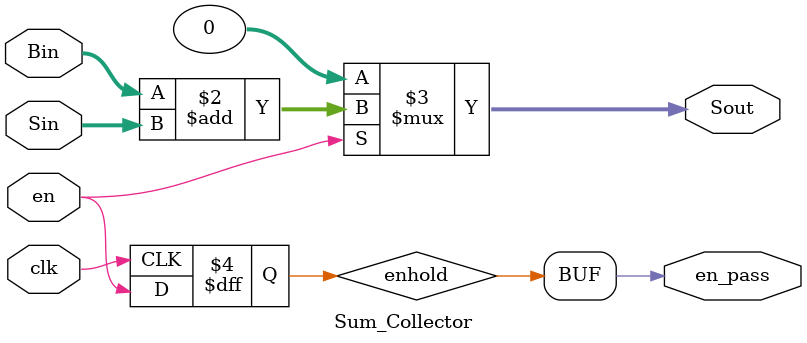
<source format=v>
module Sum_Collector(en, Bin, Sin, Sout, en_pass, clk);

	input en;
	input [31:0] Bin, Sin;
	output [31:0] Sout;
	output en_pass;
	input clk;
	
	reg enhold;
	always @(negedge clk)
	begin
		enhold <= en;
	end
	assign en_pass = enhold;
	
	assign Sout = en ? (Bin + Sin) : 32'b0;

endmodule
</source>
